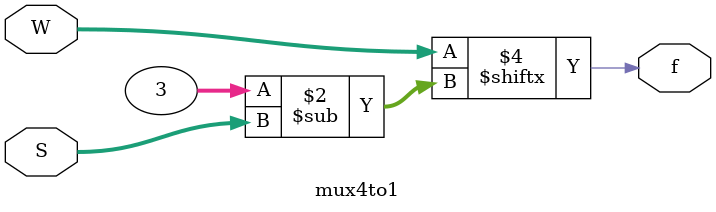
<source format=v>
module exercise4(BIN, GRAY);
input [3:0]BIN;
output [3:0]GRAY;

assign GRAY[3] = BIN[3];
mux4to1 m1({BIN[2], ~BIN[2], 1'b0, 1'b0}, {1'b0, BIN[3]}, GRAY[2]);
mux4to1 m2({BIN[1], ~BIN[1], 1'b0, 1'b0}, {1'b0, BIN[2]}, GRAY[1]);
mux4to1 m3({BIN[0], ~BIN[0], 1'b0, 1'b0}, {1'b0, BIN[1]}, GRAY[0]);

endmodule


module mux4to1(W, S, f);
input [0:3]W;
input [1:0]S;
output f;
reg f;

always@(W or S)
        f = W[S];
        
endmodule

</source>
